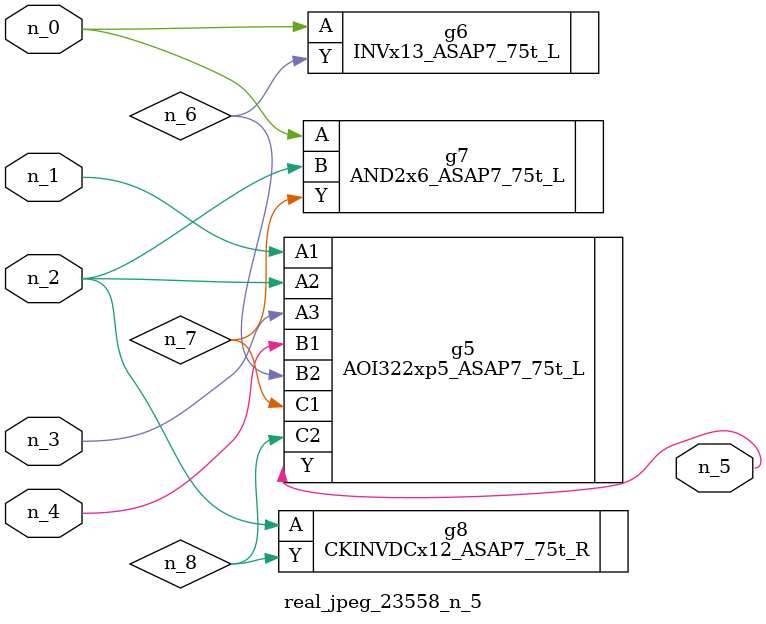
<source format=v>
module real_jpeg_23558_n_5 (n_4, n_0, n_1, n_2, n_3, n_5);

input n_4;
input n_0;
input n_1;
input n_2;
input n_3;

output n_5;

wire n_8;
wire n_6;
wire n_7;

INVx13_ASAP7_75t_L g6 ( 
.A(n_0),
.Y(n_6)
);

AND2x6_ASAP7_75t_L g7 ( 
.A(n_0),
.B(n_2),
.Y(n_7)
);

AOI322xp5_ASAP7_75t_L g5 ( 
.A1(n_1),
.A2(n_2),
.A3(n_3),
.B1(n_4),
.B2(n_6),
.C1(n_7),
.C2(n_8),
.Y(n_5)
);

CKINVDCx12_ASAP7_75t_R g8 ( 
.A(n_2),
.Y(n_8)
);


endmodule
</source>
